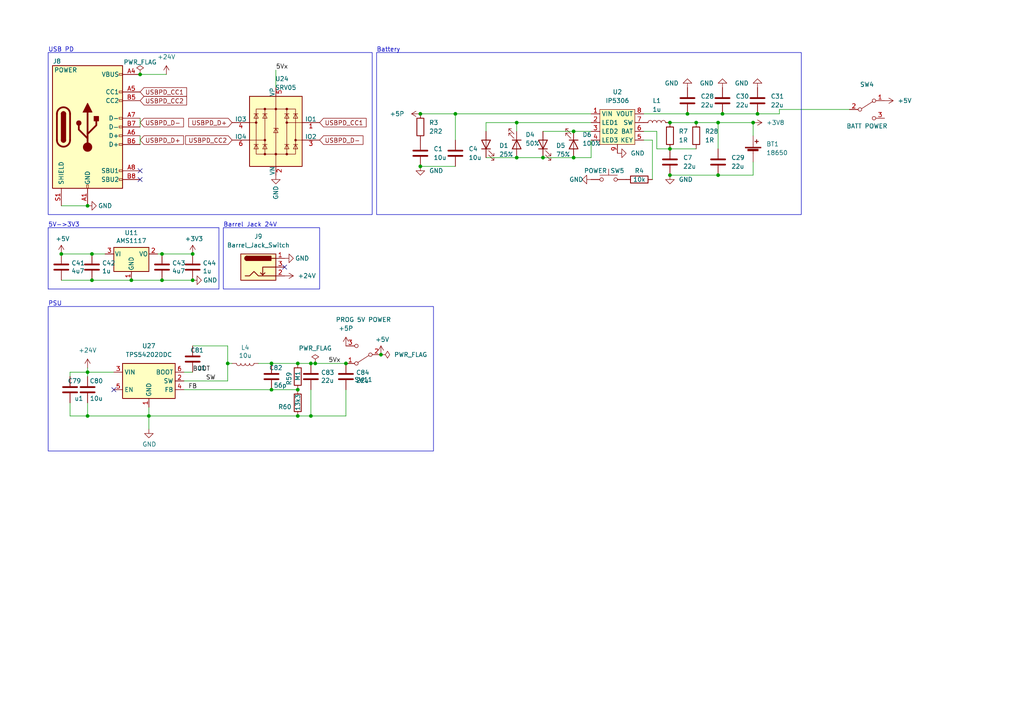
<source format=kicad_sch>
(kicad_sch (version 20231120) (generator "eeschema") (generator_version "8.0")
  (paper "A4")
  (lib_symbols
    (symbol "Connector:Barrel_Jack_Switch" (pin_names hide)
      (property "Reference" "J" (at 0 5.334 0))
      (property "Value" "Barrel_Jack_Switch" (at 0 -5.08 0))
      (symbol "Barrel_Jack_Switch_0_1"
        (rectangle (start -5.08 3.81) (end 5.08 -3.81) (stroke (width 0.254)) (fill (type background)))
        (arc (start -3.302 3.175) (mid -3.9343 2.54) (end -3.302 1.905) (stroke (width 0.254)))
        (arc (start -3.302 3.175) (mid -3.9343 2.54) (end -3.302 1.905) (stroke (width 0.254)) (fill (type outline)))
        (polyline (pts (xy 1.27 -2.286) (xy 1.905 -1.651)) (stroke (width 0.254)))
        (polyline (pts (xy 5.08 2.54) (xy 3.81 2.54)) (stroke (width 0.254)))
        (polyline (pts (xy 5.08 0) (xy 1.27 0) (xy 1.27 -2.286) (xy 0.635 -1.651)) (stroke (width 0.254)))
        (polyline (pts (xy -3.81 -2.54) (xy -2.54 -2.54) (xy -1.27 -1.27) (xy 0 -2.54) (xy 2.54 -2.54) (xy 5.08 -2.54)) (stroke (width 0.254)))
        (rectangle (start 3.683 3.175) (end -3.302 1.905) (stroke (width 0.254)) (fill (type outline)))
      )
      (symbol "Barrel_Jack_Switch_1_1"
        (pin passive line (at 7.62 2.54 180) (length 2.54) (name "~") (number "1"))
        (pin passive line (at 7.62 -2.54 180) (length 2.54) (name "~") (number "2"))
        (pin passive line (at 7.62 0 180) (length 2.54) (name "~") (number "3"))
      )
    )
    (symbol "Connector:USB_C_Receptacle_USB2.0" (pin_names (offset 1.016))
      (property "Reference" "J" (at -10.16 19.05 0))
      (property "Value" "USB_C_Receptacle_USB2.0" (at 19.05 19.05 0))
      (symbol "USB_C_Receptacle_USB2.0_0_0"
        (rectangle (start -0.254 -17.78) (end 0.254 -16.764))
        (rectangle (start 10.16 -14.986) (end 9.144 -15.494))
        (rectangle (start 10.16 -12.446) (end 9.144 -12.954))
        (rectangle (start 10.16 -4.826) (end 9.144 -5.334))
        (rectangle (start 10.16 -2.286) (end 9.144 -2.794))
        (rectangle (start 10.16 0.254) (end 9.144 -0.254))
        (rectangle (start 10.16 2.794) (end 9.144 2.286))
        (rectangle (start 10.16 7.874) (end 9.144 7.366))
        (rectangle (start 10.16 10.414) (end 9.144 9.906))
        (rectangle (start 10.16 15.494) (end 9.144 14.986))
      )
      (symbol "USB_C_Receptacle_USB2.0_0_1"
        (rectangle (start -10.16 17.78) (end 10.16 -17.78) (stroke (width 0.254)) (fill (type background)))
        (arc (start -8.89 -3.81) (mid -6.985 -5.7067) (end -5.08 -3.81) (stroke (width 0.508)))
        (arc (start -7.62 -3.81) (mid -6.985 -4.4423) (end -6.35 -3.81) (stroke (width 0.254)))
        (arc (start -7.62 -3.81) (mid -6.985 -4.4423) (end -6.35 -3.81) (stroke (width 0.254)) (fill (type outline)))
        (rectangle (start -7.62 -3.81) (end -6.35 3.81) (stroke (width 0.254)) (fill (type outline)))
        (arc (start -6.35 3.81) (mid -6.985 4.4423) (end -7.62 3.81) (stroke (width 0.254)))
        (arc (start -6.35 3.81) (mid -6.985 4.4423) (end -7.62 3.81) (stroke (width 0.254)) (fill (type outline)))
        (arc (start -5.08 3.81) (mid -6.985 5.7067) (end -8.89 3.81) (stroke (width 0.508)))
        (circle (center -2.54 1.143) (radius 0.635) (stroke (width 0.254)) (fill (type outline)))
        (circle (center 0 -5.842) (radius 1.27) (fill (type outline)))
        (polyline (pts (xy -8.89 -3.81) (xy -8.89 3.81)) (stroke (width 0.508)))
        (polyline (pts (xy -5.08 3.81) (xy -5.08 -3.81)) (stroke (width 0.508)))
        (polyline (pts (xy 0 -5.842) (xy 0 4.318)) (stroke (width 0.508)))
        (polyline (pts (xy 0 -3.302) (xy -2.54 -0.762) (xy -2.54 0.508)) (stroke (width 0.508)))
        (polyline (pts (xy 0 -2.032) (xy 2.54 0.508) (xy 2.54 1.778)) (stroke (width 0.508)))
        (polyline (pts (xy -1.27 4.318) (xy 0 6.858) (xy 1.27 4.318) (xy -1.27 4.318)) (stroke (width 0.254)) (fill (type outline)))
        (rectangle (start 1.905 1.778) (end 3.175 3.048) (stroke (width 0.254)) (fill (type outline)))
      )
      (symbol "USB_C_Receptacle_USB2.0_1_1"
        (pin passive line (at 0 -22.86 90) (length 5.08) (name "GND") (number "A1"))
        (pin passive line (at 0 -22.86 90) (length 5.08) hide (name "GND") (number "A12"))
        (pin passive line (at 15.24 15.24 180) (length 5.08) (name "VBUS") (number "A4"))
        (pin bidirectional line (at 15.24 10.16 180) (length 5.08) (name "CC1") (number "A5"))
        (pin bidirectional line (at 15.24 -2.54 180) (length 5.08) (name "D+") (number "A6"))
        (pin bidirectional line (at 15.24 2.54 180) (length 5.08) (name "D-") (number "A7"))
        (pin bidirectional line (at 15.24 -12.7 180) (length 5.08) (name "SBU1") (number "A8"))
        (pin passive line (at 15.24 15.24 180) (length 5.08) hide (name "VBUS") (number "A9"))
        (pin passive line (at 0 -22.86 90) (length 5.08) hide (name "GND") (number "B1"))
        (pin passive line (at 0 -22.86 90) (length 5.08) hide (name "GND") (number "B12"))
        (pin passive line (at 15.24 15.24 180) (length 5.08) hide (name "VBUS") (number "B4"))
        (pin bidirectional line (at 15.24 7.62 180) (length 5.08) (name "CC2") (number "B5"))
        (pin bidirectional line (at 15.24 -5.08 180) (length 5.08) (name "D+") (number "B6"))
        (pin bidirectional line (at 15.24 0 180) (length 5.08) (name "D-") (number "B7"))
        (pin bidirectional line (at 15.24 -15.24 180) (length 5.08) (name "SBU2") (number "B8"))
        (pin passive line (at 15.24 15.24 180) (length 5.08) hide (name "VBUS") (number "B9"))
        (pin passive line (at -7.62 -22.86 90) (length 5.08) (name "SHIELD") (number "S1"))
      )
    )
    (symbol "Device:Battery_Cell" (pin_numbers hide) (pin_names (offset 0) hide)
      (property "Reference" "BT" (at 2.54 2.54 0))
      (property "Value" "Battery_Cell" (at 2.54 0 0))
      (symbol "Battery_Cell_0_1"
        (rectangle (start -2.286 1.778) (end 2.286 1.524) (fill (type outline)))
        (rectangle (start -1.5748 1.1938) (end 1.4732 0.6858) (fill (type outline)))
        (polyline (pts (xy 0 0.762) (xy 0 0)))
        (polyline (pts (xy 0 1.778) (xy 0 2.54)))
        (polyline (pts (xy 0.508 3.429) (xy 1.524 3.429)) (stroke (width 0.254)))
        (polyline (pts (xy 1.016 3.937) (xy 1.016 2.921)) (stroke (width 0.254)))
      )
      (symbol "Battery_Cell_1_1"
        (pin passive line (at 0 5.08 270) (length 2.54) (name "+") (number "1"))
        (pin passive line (at 0 -2.54 90) (length 2.54) (name "-") (number "2"))
      )
    )
    (symbol "Device:C" (pin_numbers hide) (pin_names (offset 0.254))
      (property "Reference" "C" (at 0.635 2.54 0))
      (property "Value" "C" (at 0.635 -2.54 0))
      (symbol "C_0_1"
        (polyline (pts (xy -2.032 -0.762) (xy 2.032 -0.762)) (stroke (width 0.508)))
        (polyline (pts (xy -2.032 0.762) (xy 2.032 0.762)) (stroke (width 0.508)))
      )
      (symbol "C_1_1"
        (pin passive line (at 0 3.81 270) (length 2.794) (name "~") (number "1"))
        (pin passive line (at 0 -3.81 90) (length 2.794) (name "~") (number "2"))
      )
    )
    (symbol "Device:L" (pin_numbers hide) (pin_names (offset 1.016) hide)
      (property "Reference" "L" (at -1.27 0 90))
      (property "Value" "L" (at 1.905 0 90))
      (symbol "L_0_1"
        (arc (start 0 -2.54) (mid 0.6323 -1.905) (end 0 -1.27))
        (arc (start 0 -1.27) (mid 0.6323 -0.635) (end 0 0))
        (arc (start 0 0) (mid 0.6323 0.635) (end 0 1.27))
        (arc (start 0 1.27) (mid 0.6323 1.905) (end 0 2.54))
      )
      (symbol "L_1_1"
        (pin passive line (at 0 3.81 270) (length 1.27) (name "1") (number "1"))
        (pin passive line (at 0 -3.81 90) (length 1.27) (name "2") (number "2"))
      )
    )
    (symbol "Device:LED" (pin_numbers hide) (pin_names (offset 1.016) hide)
      (property "Reference" "D" (at 0 2.54 0))
      (property "Value" "LED" (at 0 -2.54 0))
      (symbol "LED_0_1"
        (polyline (pts (xy -1.27 -1.27) (xy -1.27 1.27)) (stroke (width 0.254)))
        (polyline (pts (xy -1.27 0) (xy 1.27 0)))
        (polyline (pts (xy 1.27 -1.27) (xy 1.27 1.27) (xy -1.27 0) (xy 1.27 -1.27)) (stroke (width 0.254)))
        (polyline (pts (xy -3.048 -0.762) (xy -4.572 -2.286) (xy -3.81 -2.286) (xy -4.572 -2.286) (xy -4.572 -1.524)))
        (polyline (pts (xy -1.778 -0.762) (xy -3.302 -2.286) (xy -2.54 -2.286) (xy -3.302 -2.286) (xy -3.302 -1.524)))
      )
      (symbol "LED_1_1"
        (pin passive line (at -3.81 0 0) (length 2.54) (name "K") (number "1"))
        (pin passive line (at 3.81 0 180) (length 2.54) (name "A") (number "2"))
      )
    )
    (symbol "Device:R" (pin_numbers hide) (pin_names (offset 0))
      (property "Reference" "R" (at 2.032 0 90))
      (property "Value" "R" (at 0 0 90))
      (symbol "R_0_1"
        (rectangle (start -1.016 -2.54) (end 1.016 2.54) (stroke (width 0.254)))
      )
      (symbol "R_1_1"
        (pin passive line (at 0 3.81 270) (length 1.27) (name "~") (number "1"))
        (pin passive line (at 0 -3.81 90) (length 1.27) (name "~") (number "2"))
      )
    )
    (symbol "Power_Protection:SRV05-4" (pin_names (offset 0))
      (property "Reference" "U" (at -5.08 11.43 0))
      (property "Value" "SRV05-4" (at 2.54 11.43 0))
      (symbol "SRV05-4_0_0"
        (rectangle (start -5.715 6.477) (end 5.715 -6.604))
        (polyline (pts (xy -3.175 -6.604) (xy -3.175 6.477)))
        (polyline (pts (xy 3.175 6.477) (xy 3.175 -6.604)))
      )
      (symbol "SRV05-4_0_1"
        (rectangle (start -7.62 10.16) (end 7.62 -10.16) (stroke (width 0.254)) (fill (type background)))
        (circle (center -5.715 -2.54) (radius 0.2794) (fill (type outline)))
        (circle (center -3.175 -6.604) (radius 0.2794) (fill (type outline)))
        (circle (center -3.175 2.54) (radius 0.2794) (fill (type outline)))
        (circle (center -3.175 6.477) (radius 0.2794) (fill (type outline)))
        (circle (center 0 -6.604) (radius 0.2794) (fill (type outline)))
        (polyline (pts (xy -7.747 2.54) (xy -3.175 2.54)))
        (polyline (pts (xy -7.62 -2.54) (xy -5.715 -2.54)))
        (polyline (pts (xy -5.08 -3.81) (xy -6.35 -3.81)))
        (polyline (pts (xy -5.08 5.08) (xy -6.35 5.08)))
        (polyline (pts (xy -2.54 -3.81) (xy -3.81 -3.81)))
        (polyline (pts (xy -2.54 5.08) (xy -3.81 5.08)))
        (polyline (pts (xy 0 10.16) (xy 0 -10.16)))
        (polyline (pts (xy 3.81 -3.81) (xy 2.54 -3.81)))
        (polyline (pts (xy 3.81 5.08) (xy 2.54 5.08)))
        (polyline (pts (xy 6.35 -3.81) (xy 5.08 -3.81)))
        (polyline (pts (xy 6.35 5.08) (xy 5.08 5.08)))
        (polyline (pts (xy 7.62 -2.54) (xy 3.175 -2.54)))
        (polyline (pts (xy 7.62 2.54) (xy 5.715 2.54)))
        (polyline (pts (xy 0.635 0.889) (xy -0.635 0.889) (xy -0.635 0.635)))
        (polyline (pts (xy -5.08 -5.08) (xy -6.35 -5.08) (xy -5.715 -3.81) (xy -5.08 -5.08)))
        (polyline (pts (xy -5.08 3.81) (xy -6.35 3.81) (xy -5.715 5.08) (xy -5.08 3.81)))
        (polyline (pts (xy -2.54 -5.08) (xy -3.81 -5.08) (xy -3.175 -3.81) (xy -2.54 -5.08)))
        (polyline (pts (xy -2.54 3.81) (xy -3.81 3.81) (xy -3.175 5.08) (xy -2.54 3.81)))
        (polyline (pts (xy 0.635 -0.381) (xy -0.635 -0.381) (xy 0 0.889) (xy 0.635 -0.381)))
        (polyline (pts (xy 3.81 -5.08) (xy 2.54 -5.08) (xy 3.175 -3.81) (xy 3.81 -5.08)))
        (polyline (pts (xy 3.81 3.81) (xy 2.54 3.81) (xy 3.175 5.08) (xy 3.81 3.81)))
        (polyline (pts (xy 6.35 -5.08) (xy 5.08 -5.08) (xy 5.715 -3.81) (xy 6.35 -5.08)))
        (polyline (pts (xy 6.35 3.81) (xy 5.08 3.81) (xy 5.715 5.08) (xy 6.35 3.81)))
        (circle (center 0 6.477) (radius 0.2794) (fill (type outline)))
        (circle (center 3.175 -6.604) (radius 0.2794) (fill (type outline)))
        (circle (center 3.175 -2.54) (radius 0.2794) (fill (type outline)))
        (circle (center 3.175 6.477) (radius 0.2794) (fill (type outline)))
        (circle (center 5.715 2.54) (radius 0.2794) (fill (type outline)))
      )
      (symbol "SRV05-4_1_1"
        (pin passive line (at -12.7 2.54 0) (length 5.08) (name "IO1") (number "1"))
        (pin passive line (at 0 -12.7 90) (length 2.54) (name "VN") (number "2"))
        (pin passive line (at -12.7 -2.54 0) (length 5.08) (name "IO2") (number "3"))
        (pin passive line (at 12.7 2.54 180) (length 5.08) (name "IO3") (number "4"))
        (pin passive line (at 0 12.7 270) (length 2.54) (name "VP") (number "5"))
        (pin passive line (at 12.7 -2.54 180) (length 5.08) (name "IO4") (number "6"))
      )
    )
    (symbol "Regulator_Linear:AMS1117-3.3" (pin_names (offset 0.254))
      (property "Reference" "U" (at -3.81 3.175 0))
      (property "Value" "AMS1117-3.3" (at 0 3.175 0))
      (symbol "AMS1117-3.3_0_1"
        (rectangle (start -5.08 -5.08) (end 5.08 1.905) (stroke (width 0.254)) (fill (type background)))
      )
      (symbol "AMS1117-3.3_1_1"
        (pin power_in line (at 0 -7.62 90) (length 2.54) (name "GND") (number "1"))
        (pin power_out line (at 7.62 0 180) (length 2.54) (name "VO") (number "2"))
        (pin power_in line (at -7.62 0 0) (length 2.54) (name "VI") (number "3"))
      )
    )
    (symbol "Regulator_Switching:TPS54202DDC"
      (property "Reference" "U" (at -7.62 6.35 0))
      (property "Value" "TPS54202DDC" (at 0 6.35 0))
      (symbol "TPS54202DDC_0_1"
        (rectangle (start -7.62 5.08) (end 7.62 -5.08) (stroke (width 0.254)) (fill (type background)))
      )
      (symbol "TPS54202DDC_1_1"
        (pin power_in line (at 0 -7.62 90) (length 2.54) (name "GND") (number "1"))
        (pin power_out line (at 10.16 0 180) (length 2.54) (name "SW") (number "2"))
        (pin power_in line (at -10.16 2.54 0) (length 2.54) (name "VIN") (number "3"))
        (pin input line (at 10.16 -2.54 180) (length 2.54) (name "FB") (number "4"))
        (pin input line (at -10.16 -2.54 0) (length 2.54) (name "EN") (number "5"))
        (pin passive line (at 10.16 2.54 180) (length 2.54) (name "BOOT") (number "6"))
      )
    )
    (symbol "Switch:SW_Push" (pin_numbers hide) (pin_names (offset 1.016) hide)
      (property "Reference" "SW" (at 1.27 2.54 0))
      (property "Value" "SW_Push" (at 0 -1.524 0))
      (symbol "SW_Push_0_1"
        (circle (center -2.032 0) (radius 0.508))
        (polyline (pts (xy 0 1.27) (xy 0 3.048)))
        (polyline (pts (xy 2.54 1.27) (xy -2.54 1.27)))
        (circle (center 2.032 0) (radius 0.508))
        (pin passive line (at -5.08 0 0) (length 2.54) (name "1") (number "1"))
        (pin passive line (at 5.08 0 180) (length 2.54) (name "2") (number "2"))
      )
    )
    (symbol "Switch:SW_SPDT" (pin_names (offset 0) hide)
      (property "Reference" "SW" (at 0 4.318 0))
      (property "Value" "SW_SPDT" (at 0 -5.08 0))
      (symbol "SW_SPDT_0_0"
        (circle (center -2.032 0) (radius 0.508))
        (circle (center 2.032 -2.54) (radius 0.508))
      )
      (symbol "SW_SPDT_0_1"
        (polyline (pts (xy -1.524 0.254) (xy 1.651 2.286)))
        (circle (center 2.032 2.54) (radius 0.508))
      )
      (symbol "SW_SPDT_1_1"
        (pin passive line (at 5.08 2.54 180) (length 2.54) (name "A") (number "1"))
        (pin passive line (at -5.08 0 0) (length 2.54) (name "B") (number "2"))
        (pin passive line (at 5.08 -2.54 180) (length 2.54) (name "C") (number "3"))
      )
    )
    (symbol "liebler_SEMICONDUCTORS:IP5306"
      (property "Reference" "U" (at 0 8.89 0))
      (property "Value" "IP5306" (at 0 6.35 0))
      (symbol "IP5306_0_1"
        (rectangle (start -5.08 5.08) (end 5.08 -5.08) (fill (type background)))
      )
      (symbol "IP5306_1_1"
        (pin power_in line (at -7.62 3.81 0) (length 2.54) (name "VIN") (number "1"))
        (pin output line (at -7.62 1.27 0) (length 2.54) (name "LED1") (number "2"))
        (pin output line (at -7.62 -1.27 0) (length 2.54) (name "LED2") (number "3"))
        (pin output line (at -7.62 -3.81 0) (length 2.54) (name "LED3") (number "4"))
        (pin bidirectional line (at 7.62 -3.81 180) (length 2.54) (name "KEY") (number "5"))
        (pin input line (at 7.62 -1.27 180) (length 2.54) (name "BAT") (number "6"))
        (pin output line (at 7.62 1.27 180) (length 2.54) (name "SW") (number "7"))
        (pin power_out line (at 7.62 3.81 180) (length 2.54) (name "VOUT") (number "8"))
        (pin passive line (at 0 -7.62 90) (length 2.54) (name "") (number "9"))
      )
    )
    (symbol "power:+24V" (power) (pin_names (offset 0))
      (property "Value" "+24V" (at 0 3.556 0))
      (symbol "+24V_0_1"
        (polyline (pts (xy -0.762 1.27) (xy 0 2.54)))
        (polyline (pts (xy 0 0) (xy 0 2.54)))
        (polyline (pts (xy 0 2.54) (xy 0.762 1.27)))
      )
      (symbol "+24V_1_1"
        (pin power_in line (at 0 0 90) (length 0) hide (name "+24V") (number "1"))
      )
    )
    (symbol "power:+3V3" (power) (pin_names (offset 0))
      (property "Value" "+3V3" (at 0 3.556 0))
      (symbol "+3V3_0_1"
        (polyline (pts (xy -0.762 1.27) (xy 0 2.54)))
        (polyline (pts (xy 0 0) (xy 0 2.54)))
        (polyline (pts (xy 0 2.54) (xy 0.762 1.27)))
      )
      (symbol "+3V3_1_1"
        (pin power_in line (at 0 0 90) (length 0) hide (name "+3V3") (number "1"))
      )
    )
    (symbol "power:+3V8" (power) (pin_names (offset 0))
      (property "Value" "+3V8" (at 0 3.556 0))
      (symbol "+3V8_0_1"
        (polyline (pts (xy -0.762 1.27) (xy 0 2.54)))
        (polyline (pts (xy 0 0) (xy 0 2.54)))
        (polyline (pts (xy 0 2.54) (xy 0.762 1.27)))
      )
      (symbol "+3V8_1_1"
        (pin power_in line (at 0 0 90) (length 0) hide (name "+3V8") (number "1"))
      )
    )
    (symbol "power:+5P" (power) (pin_names (offset 0))
      (property "Value" "+5P" (at 0 3.556 0))
      (symbol "+5P_0_1"
        (polyline (pts (xy -0.762 1.27) (xy 0 2.54)))
        (polyline (pts (xy 0 0) (xy 0 2.54)))
        (polyline (pts (xy 0 2.54) (xy 0.762 1.27)))
      )
      (symbol "+5P_1_1"
        (pin power_in line (at 0 0 90) (length 0) hide (name "+5P") (number "1"))
      )
    )
    (symbol "power:+5V" (power) (pin_names (offset 0))
      (property "Value" "+5V" (at 0 3.556 0))
      (symbol "+5V_0_1"
        (polyline (pts (xy -0.762 1.27) (xy 0 2.54)))
        (polyline (pts (xy 0 0) (xy 0 2.54)))
        (polyline (pts (xy 0 2.54) (xy 0.762 1.27)))
      )
      (symbol "+5V_1_1"
        (pin power_in line (at 0 0 90) (length 0) hide (name "+5V") (number "1"))
      )
    )
    (symbol "power:+5VP" (power) (pin_names (offset 0))
      (property "Value" "+5VP" (at 0 3.556 0))
      (symbol "+5VP_0_1"
        (polyline (pts (xy -0.762 1.27) (xy 0 2.54)))
        (polyline (pts (xy 0 0) (xy 0 2.54)))
        (polyline (pts (xy 0 2.54) (xy 0.762 1.27)))
      )
      (symbol "+5VP_1_1"
        (pin power_in line (at 0 0 90) (length 0) hide (name "+5VP") (number "1"))
      )
    )
    (symbol "power:GND" (power) (pin_names (offset 0))
      (property "Value" "GND" (at 0 -3.81 0))
      (symbol "GND_0_1"
        (polyline (pts (xy 0 0) (xy 0 -1.27) (xy 1.27 -1.27) (xy 0 -2.54) (xy -1.27 -1.27) (xy 0 -1.27)))
      )
      (symbol "GND_1_1"
        (pin power_in line (at 0 0 270) (length 0) hide (name "GND") (number "1"))
      )
    )
    (symbol "power:PWR_FLAG" (power) (pin_numbers hide) (pin_names (offset 0) hide)
      (property "Value" "PWR_FLAG" (at 0 3.81 0))
      (symbol "PWR_FLAG_0_0"
        (pin power_out line (at 0 0 90) (length 0) (name "pwr") (number "1"))
      )
      (symbol "PWR_FLAG_0_1"
        (polyline (pts (xy 0 0) (xy 0 1.27) (xy -1.016 1.905) (xy 0 2.54) (xy 1.016 1.905) (xy 0 1.27)))
      )
    )
  )
  (junction (at 157.48 45.72))
  (junction (at 110.49 102.87))
  (junction (at 194.31 43.18))
  (junction (at 166.37 38.1))
  (junction (at 121.92 33.02))
  (junction (at 209.55 33.02))
  (junction (at 149.86 45.72))
  (junction (at 55.88 73.66))
  (junction (at 86.36 120.65))
  (junction (at 25.4 107.95))
  (junction (at 166.37 45.72))
  (junction (at 38.1 81.28))
  (junction (at 78.74 105.41))
  (junction (at 26.67 81.28))
  (junction (at 78.74 113.03))
  (junction (at 91.44 105.41))
  (junction (at 201.93 35.56))
  (junction (at 199.39 33.02))
  (junction (at 43.18 120.65))
  (junction (at 194.31 50.8))
  (junction (at 46.99 73.66))
  (junction (at 194.31 35.56))
  (junction (at 26.67 73.66))
  (junction (at 66.04 105.41))
  (junction (at 208.28 50.8))
  (junction (at 208.28 35.56))
  (junction (at 90.17 105.41))
  (junction (at 25.4 120.65))
  (junction (at 46.99 81.28))
  (junction (at 55.88 81.28))
  (junction (at 17.78 73.66))
  (junction (at 86.36 113.03))
  (junction (at 219.71 33.02))
  (junction (at 218.44 35.56))
  (junction (at 25.4 59.69))
  (junction (at 149.86 35.56))
  (junction (at 121.92 48.26))
  (junction (at 40.64 21.59))
  (junction (at 90.17 120.65))
  (junction (at 86.36 105.41))
  (junction (at 100.33 105.41))
  (junction (at 132.08 33.02))
  (no_connect (at 40.64 49.53))
  (no_connect (at 82.55 77.47))
  (no_connect (at 33.02 113.03))
  (no_connect (at 40.64 52.07))
  (wire (pts (xy 26.67 73.66) (xy 30.48 73.66)))
  (wire (pts (xy 208.28 43.18) (xy 208.28 35.56)))
  (wire (pts (xy 67.31 105.41) (xy 66.04 105.41)))
  (wire (pts (xy 45.72 73.66) (xy 46.99 73.66)))
  (wire (pts (xy 100.33 113.03) (xy 100.33 120.65)))
  (wire (pts (xy 246.38 31.75) (xy 226.06 31.75)))
  (wire (pts (xy 208.28 50.8) (xy 218.44 50.8)))
  (wire (pts (xy 132.08 33.02) (xy 121.92 33.02)))
  (wire (pts (xy 20.32 120.65) (xy 25.4 120.65)))
  (wire (pts (xy 208.28 35.56) (xy 218.44 35.56)))
  (wire (pts (xy 100.33 120.65) (xy 90.17 120.65)))
  (wire (pts (xy 226.06 31.75) (xy 226.06 33.02)))
  (wire (pts (xy 80.01 20.32) (xy 80.01 25.4)))
  (wire (pts (xy 171.45 35.56) (xy 149.86 35.56)))
  (wire (pts (xy 55.88 100.33) (xy 66.04 100.33)))
  (wire (pts (xy 38.1 81.28) (xy 26.67 81.28)))
  (wire (pts (xy 55.88 107.95) (xy 53.34 107.95)))
  (wire (pts (xy 209.55 33.02) (xy 219.71 33.02)))
  (polyline (pts (xy 63.5 66.04) (xy 63.5 83.82)))
  (wire (pts (xy 157.48 38.1) (xy 166.37 38.1)))
  (wire (pts (xy 66.04 100.33) (xy 66.04 105.41)))
  (polyline (pts (xy 63.5 83.82) (xy 13.97 83.82)))
  (wire (pts (xy 140.97 35.56) (xy 149.86 35.56)))
  (wire (pts (xy 78.74 105.41) (xy 86.36 105.41)))
  (wire (pts (xy 157.48 45.72) (xy 166.37 45.72)))
  (polyline (pts (xy 13.97 83.82) (xy 13.97 66.04)))
  (wire (pts (xy 53.34 110.49) (xy 66.04 110.49)))
  (polyline (pts (xy 13.97 66.04) (xy 63.5 66.04)))
  (wire (pts (xy 40.64 34.29) (xy 40.64 36.83)))
  (wire (pts (xy 140.97 45.72) (xy 149.86 45.72)))
  (wire (pts (xy 189.23 40.64) (xy 186.69 40.64)))
  (wire (pts (xy 43.18 120.65) (xy 43.18 118.11)))
  (wire (pts (xy 166.37 38.1) (xy 171.45 38.1)))
  (wire (pts (xy 199.39 33.02) (xy 209.55 33.02)))
  (wire (pts (xy 25.4 107.95) (xy 33.02 107.95)))
  (wire (pts (xy 91.44 105.41) (xy 100.33 105.41)))
  (wire (pts (xy 189.23 52.07) (xy 189.23 40.64)))
  (wire (pts (xy 132.08 40.64) (xy 132.08 33.02)))
  (wire (pts (xy 78.74 113.03) (xy 86.36 113.03)))
  (wire (pts (xy 25.4 120.65) (xy 43.18 120.65)))
  (wire (pts (xy 25.4 107.95) (xy 25.4 106.68)))
  (wire (pts (xy 20.32 109.22) (xy 20.32 107.95)))
  (wire (pts (xy 20.32 107.95) (xy 25.4 107.95)))
  (wire (pts (xy 17.78 59.69) (xy 25.4 59.69)))
  (wire (pts (xy 149.86 35.56) (xy 149.86 38.1)))
  (wire (pts (xy 55.88 81.28) (xy 46.99 81.28)))
  (wire (pts (xy 132.08 33.02) (xy 171.45 33.02)))
  (wire (pts (xy 218.44 50.8) (xy 218.44 46.99)))
  (wire (pts (xy 46.99 81.28) (xy 38.1 81.28)))
  (wire (pts (xy 90.17 120.65) (xy 86.36 120.65)))
  (wire (pts (xy 121.92 48.26) (xy 132.08 48.26)))
  (wire (pts (xy 20.32 116.84) (xy 20.32 120.65)))
  (wire (pts (xy 86.36 105.41) (xy 90.17 105.41)))
  (wire (pts (xy 194.31 50.8) (xy 208.28 50.8)))
  (wire (pts (xy 74.93 105.41) (xy 78.74 105.41)))
  (wire (pts (xy 149.86 45.72) (xy 157.48 45.72)))
  (wire (pts (xy 43.18 120.65) (xy 43.18 124.46)))
  (wire (pts (xy 194.31 43.18) (xy 190.5 43.18)))
  (wire (pts (xy 90.17 105.41) (xy 91.44 105.41)))
  (wire (pts (xy 194.31 35.56) (xy 201.93 35.56)))
  (wire (pts (xy 190.5 43.18) (xy 190.5 38.1)))
  (wire (pts (xy 194.31 43.18) (xy 201.93 43.18)))
  (wire (pts (xy 40.64 21.59) (xy 48.26 21.59)))
  (wire (pts (xy 25.4 116.84) (xy 25.4 120.65)))
  (wire (pts (xy 208.28 35.56) (xy 201.93 35.56)))
  (wire (pts (xy 17.78 73.66) (xy 26.67 73.66)))
  (wire (pts (xy 46.99 73.66) (xy 55.88 73.66)))
  (wire (pts (xy 226.06 33.02) (xy 219.71 33.02)))
  (wire (pts (xy 186.69 33.02) (xy 199.39 33.02)))
  (wire (pts (xy 90.17 113.03) (xy 90.17 120.65)))
  (wire (pts (xy 218.44 35.56) (xy 218.44 39.37)))
  (wire (pts (xy 190.5 38.1) (xy 186.69 38.1)))
  (wire (pts (xy 140.97 38.1) (xy 140.97 35.56)))
  (wire (pts (xy 26.67 81.28) (xy 17.78 81.28)))
  (wire (pts (xy 43.18 120.65) (xy 86.36 120.65)))
  (wire (pts (xy 53.34 113.03) (xy 78.74 113.03)))
  (wire (pts (xy 171.45 45.72) (xy 166.37 45.72)))
  (wire (pts (xy 66.04 105.41) (xy 66.04 110.49)))
  (wire (pts (xy 25.4 109.22) (xy 25.4 107.95)))
  (wire (pts (xy 171.45 40.64) (xy 171.45 45.72)))
  (wire (pts (xy 40.64 39.37) (xy 40.64 41.91)))
  (rectangle (start 109.22 15.24) (end 232.41 62.23))
  (rectangle (start 13.97 15.24) (end 107.95 62.23))
  (rectangle (start 64.77 66.04) (end 92.71 83.82))
  (rectangle (start 13.97 88.9) (end 125.73 130.81))
  (text "USB PD" (at 13.97 15.24 0) (effects (font (size 1.27 1.27)) (justify left bottom)))
  (text "Barrel Jack 24V" (at 64.77 66.04 0) (effects (font (size 1.27 1.27)) (justify left bottom)))
  (text "5V->3V3" (at 13.97 66.04 0) (effects (font (size 1.27 1.27)) (justify left bottom)))
  (text "Battery" (at 109.22 15.24 0) (effects (font (size 1.27 1.27)) (justify left bottom)))
  (text "PSU" (at 13.97 88.9 0) (effects (font (size 1.27 1.27)) (justify left bottom)))
  (label "SW" (at 59.69 110.49 0))
  (label "5Vx" (at 95.25 105.41 0))
  (label "FB" (at 54.61 113.03 0))
  (label "5Vx" (at 80.01 20.32 0))
  (label "BOOT" (at 55.88 107.95 0))
  (global_label "USBPD_D+" (shape input) (at 67.31 35.56 180) (property "Intersheetrefs" "${INTERSHEET_REFS}" (effects (hide yes))))
  (global_label "USBPD_CC2" (shape input) (at 40.64 29.21 0) (property "Intersheetrefs" "${INTERSHEET_REFS}" (effects (hide yes))))
  (global_label "USBPD_CC1" (shape input) (at 40.64 26.67 0) (property "Intersheetrefs" "${INTERSHEET_REFS}" (effects (hide yes))))
  (global_label "USBPD_D-" (shape input) (at 92.71 40.64 0) (property "Intersheetrefs" "${INTERSHEET_REFS}" (effects (hide yes))))
  (global_label "USBPD_CC1" (shape input) (at 92.71 35.56 0) (property "Intersheetrefs" "${INTERSHEET_REFS}" (effects (hide yes))))
  (global_label "USBPD_CC2" (shape input) (at 67.31 40.64 180) (property "Intersheetrefs" "${INTERSHEET_REFS}" (effects (hide yes))))
  (global_label "USBPD_D+" (shape input) (at 40.64 40.64 0) (property "Intersheetrefs" "${INTERSHEET_REFS}" (effects (hide yes))))
  (global_label "USBPD_D-" (shape input) (at 40.64 35.56 0) (property "Intersheetrefs" "${INTERSHEET_REFS}" (effects (hide yes))))
  (symbol (lib_id "power:+5VP") (at 121.92 33.02 90) (unit 1)
    (property "Reference" "#PWR018" (effects (hide yes)))
    (property "Value" "+5P" (at 113.03 33.02 90) (effects (justify right)))
  )
  (symbol (lib_id "power:GND") (at 209.55 25.4 180) (unit 1)
    (property "Reference" "#PWR032" (effects (hide yes)))
    (property "Value" "GND" (at 207.01 24.1301 0) (effects (justify left)))
  )
  (symbol (lib_id "power:+5P") (at 100.33 100.33 0) (unit 1)
    (property "Reference" "#PWR0120" (effects (hide yes)))
    (property "Value" "+5P" (at 100.33 95.25 0))
    (instances (project "pcbV10" (path "" (reference "#PWR0120") (unit 1))) (project "labathome_pcb15" (path "" (reference "#PWR0173") (unit 1))))
  )
  (symbol (lib_id "power:+5V") (at 110.49 102.87 0) (unit 1)
    (property "Reference" "#PWR022" (effects (hide yes)))
    (property "Value" "+5V" (at 110.871 98.4758 0))
    (instances (project "pcbV10" (path "" (reference "#PWR022") (unit 1))) (project "labathome_pcb15" (path "" (reference "#PWR0174") (unit 1))))
  )
  (symbol (lib_id "power:+24V") (at 82.55 80.01 270) (unit 1)
    (property "Reference" "#PWR0106" (effects (hide yes)))
    (property "Value" "+24V" (at 86.36 80.0099 90) (effects (justify left)))
  )
  (symbol (lib_id "Switch:SW_SPDT") (at 251.46 31.75 0) (unit 1)
    (property "Reference" "SW4" (at 251.46 24.511 0))
    (property "Value" "BATT POWER" (at 251.46 36.576 0))
    (property "Footprint" "liebler_MECH:Switch_SS12D00" (effects (hide yes)))
  )
  (symbol (lib_id "power:GND") (at 199.39 25.4 180) (unit 1)
    (property "Reference" "#PWR023" (effects (hide yes)))
    (property "Value" "GND" (at 196.85 24.1301 0) (effects (justify left)))
  )
  (symbol (lib_id "Device:C") (at 209.55 29.21 0) (unit 1)
    (property "Reference" "C30" (at 213.36 27.9399 0) (effects (justify left)))
    (property "Value" "22u" (at 213.36 30.4799 0) (effects (justify left)))
    (property "Footprint" "Capacitor_SMD:C_0603_1608Metric" (effects (hide yes)))
  )
  (symbol (lib_id "Device:C") (at 219.71 29.21 0) (unit 1)
    (property "Reference" "C31" (at 223.52 27.9399 0) (effects (justify left)))
    (property "Value" "22u" (at 223.52 30.4799 0) (effects (justify left)))
    (property "Footprint" "Capacitor_SMD:C_0603_1608Metric" (effects (hide yes)))
  )
  (symbol (lib_id "Device:C") (at 17.78 77.47 180) (unit 1)
    (property "Reference" "C41" (at 20.701 76.3016 0) (effects (justify right)))
    (property "Value" "4u7" (at 20.701 78.613 0) (effects (justify right)))
    (property "Footprint" "Capacitor_SMD:C_0603_1608Metric" (effects (hide yes)))
  )
  (symbol (lib_id "Regulator_Switching:TPS54202DDC") (at 43.18 110.49 0) (unit 1)
    (property "Reference" "U27" (at 43.18 100.33 0))
    (property "Value" "TPS54202DDC" (at 43.18 102.87 0))
    (property "Footprint" "Package_TO_SOT_SMD:SOT-23-6_Handsoldering" (effects (hide yes)))
    (property "Datasheet" "http://www.ti.com/lit/ds/symlink/tps54202.pdf" (effects (hide yes)))
  )
  (symbol (lib_id "power:+5V") (at 17.78 73.66 0) (unit 1)
    (property "Reference" "#PWR089" (effects (hide yes)))
    (property "Value" "+5V" (at 18.161 69.2658 0))
  )
  (symbol (lib_id "power:+24V") (at 48.26 21.59 0) (unit 1)
    (property "Reference" "#PWR075" (effects (hide yes)))
    (property "Value" "+24V" (at 48.26 16.51 0))
    (instances (project "pcbV10" (path "" (reference "#PWR075") (unit 1))) (project "labathome_pcb15" (path "" (reference "#PWR0167") (unit 1))))
  )
  (symbol (lib_id "Device:LED") (at 166.37 41.91 270) (unit 1)
    (property "Reference" "D6" (at 168.91 39.0524 90) (effects (justify left)))
    (property "Value" "100%" (at 168.91 41.5924 90) (effects (justify left)))
    (property "Footprint" "LED_SMD:LED_0805_2012Metric_Pad1.15x1.40mm_HandSolder" (effects (hide yes)))
  )
  (symbol (lib_id "Device:C") (at 100.33 109.22 0) (unit 1)
    (property "Reference" "C84" (at 103.251 108.0516 0) (effects (justify left)))
    (property "Value" "22u" (at 103.251 110.363 0) (effects (justify left)))
    (property "Footprint" "Capacitor_SMD:C_0603_1608Metric" (effects (hide yes)))
  )
  (symbol (lib_id "power:GND") (at 171.45 52.07 270) (unit 1)
    (property "Reference" "#PWR020" (effects (hide yes)))
    (property "Value" "GND" (at 165.1 52.07 90) (effects (justify left)))
  )
  (symbol (lib_id "Device:L") (at 190.5 35.56 90) (unit 1)
    (property "Reference" "L1" (at 190.5 29.21 90))
    (property "Value" "1u" (at 190.5 31.75 90))
    (property "Footprint" "Inductor_SMD:L_Abracon_ASPI-0630LR" (effects (hide yes)))
  )
  (symbol (lib_id "Connector:Barrel_Jack_Switch") (at 74.93 77.47 0) (unit 1)
    (property "Reference" "J9" (at 74.93 68.58 0))
    (property "Value" "Barrel_Jack_Switch" (at 74.93 71.12 0))
    (property "Footprint" "Connector_BarrelJack:BarrelJack_Horizontal" (effects (hide yes)))
    (property "Description" "DC Barrel Jack with an internal switch" (effects (hide yes)))
  )
  (symbol (lib_id "power:GND") (at 43.18 124.46 0) (unit 1)
    (property "Reference" "#PWR0179" (effects (hide yes)))
    (property "Value" "GND" (at 43.307 128.8542 0))
  )
  (symbol (lib_id "Device:R") (at 86.36 116.84 180) (unit 1)
    (property "Reference" "R60" (at 84.582 118.0084 0) (effects (justify left)))
    (property "Value" "13k3" (at 86.36 114.3 90) (effects (justify left)))
    (property "Footprint" "Resistor_SMD:R_0402_1005Metric" (effects (hide yes)))
  )
  (symbol (lib_id "Device:R") (at 86.36 109.22 0) (unit 1)
    (property "Reference" "R59" (at 83.82 111.76 90) (effects (justify left)))
    (property "Value" "M1" (at 86.36 110.49 90) (effects (justify left)))
    (property "Footprint" "Resistor_SMD:R_0402_1005Metric" (effects (hide yes)))
  )
  (symbol (lib_id "Device:L") (at 71.12 105.41 270) (unit 1)
    (property "Reference" "L4" (at 71.12 100.8126 90))
    (property "Value" "10u" (at 71.12 103.124 90))
    (property "Footprint" "liebler_PASSIVES:L_0630" (effects (hide yes)))
    (property "Datasheet" "C408449" (effects (hide yes)))
  )
  (symbol (lib_id "Power_Protection:SRV05-4") (at 80.01 38.1 0) (mirror y) (unit 1)
    (property "Reference" "U24" (at 79.7813 22.86 0) (effects (justify right)))
    (property "Value" "SRV05" (at 79.7813 25.4 0) (effects (justify right)))
    (property "Footprint" "Package_TO_SOT_SMD:SOT-23-6" (effects (hide yes)))
    (property "Datasheet" "http://www.onsemi.com/pub/Collateral/SRV05-4-D.PDF" (effects (hide yes)))
  )
  (symbol (lib_id "power:PWR_FLAG") (at 110.49 102.87 270) (unit 1)
    (property "Reference" "#FLG0103" (effects (hide yes)))
    (property "Value" "PWR_FLAG" (at 114.3 102.8699 90) (effects (justify left)))
    (instances (project "pcbV10" (path "" (reference "#FLG0103") (unit 1))) (project "labathome_pcb15" (path "" (reference "#FLG04") (unit 1))))
  )
  (symbol (lib_id "Device:LED") (at 149.86 41.91 270) (unit 1)
    (property "Reference" "D4" (at 152.4 39.0524 90) (effects (justify left)))
    (property "Value" "50%" (at 152.4 41.5924 90) (effects (justify left)))
    (property "Footprint" "LED_SMD:LED_0805_2012Metric_Pad1.15x1.40mm_HandSolder" (effects (hide yes)))
  )
  (symbol (lib_id "Device:C") (at 55.88 104.14 180) (unit 1)
    (property "Reference" "C81" (at 57.15 101.6 0))
    (property "Value" "u1" (at 58.42 106.68 0))
    (property "Footprint" "Capacitor_SMD:C_0402_1005Metric" (effects (hide yes)))
  )
  (symbol (lib_id "Regulator_Linear:AMS1117-3.3") (at 38.1 73.66 0) (unit 1)
    (property "Reference" "U11" (at 38.1 67.5132 0))
    (property "Value" "AMS1117" (at 38.1 69.8246 0))
    (property "Footprint" "Package_TO_SOT_SMD:SOT-223-3_TabPin2" (effects (hide yes)))
    (property "Datasheet" "http://www.advanced-monolithic.com/pdf/ds1117.pdf" (effects (hide yes)))
  )
  (symbol (lib_id "power:GND") (at 179.07 44.45 90) (unit 1)
    (property "Reference" "#PWR021" (effects (hide yes)))
    (property "Value" "GND" (at 182.88 44.4499 90) (effects (justify right)))
  )
  (symbol (lib_id "Device:R") (at 194.31 39.37 0) (unit 1)
    (property "Reference" "R7" (at 196.85 38.0999 0) (effects (justify left)))
    (property "Value" "1R" (at 196.85 40.6399 0) (effects (justify left)))
    (property "Footprint" "Resistor_SMD:R_0603_1608Metric" (effects (hide yes)))
  )
  (symbol (lib_id "Device:C") (at 90.17 109.22 0) (unit 1)
    (property "Reference" "C83" (at 93.091 108.0516 0) (effects (justify left)))
    (property "Value" "22u" (at 93.091 110.363 0) (effects (justify left)))
    (property "Footprint" "Capacitor_SMD:C_0603_1608Metric" (effects (hide yes)))
  )
  (symbol (lib_id "power:+5V") (at 256.54 29.21 270) (mirror x) (unit 1)
    (property "Reference" "#PWR035" (effects (hide yes)))
    (property "Value" "+5V" (at 260.35 29.2101 90) (effects (justify left)))
  )
  (symbol (lib_id "liebler_SEMICONDUCTORS:IP5306") (at 179.07 36.83 0) (unit 1)
    (property "Reference" "U2" (at 179.07 26.67 0))
    (property "Value" "IP5306" (at 179.07 29.21 0))
    (property "Footprint" "Package_SO:HSOP-8-1EP_3.9x4.9mm_P1.27mm_EP2.3x2.3mm_ThermalVias" (effects (hide yes)))
  )
  (symbol (lib_id "Device:R") (at 201.93 39.37 0) (unit 1)
    (property "Reference" "R28" (at 204.47 38.0999 0) (effects (justify left)))
    (property "Value" "1R" (at 204.47 40.6399 0) (effects (justify left)))
    (property "Footprint" "Resistor_SMD:R_0603_1608Metric" (effects (hide yes)))
  )
  (symbol (lib_id "Device:C") (at 199.39 29.21 0) (unit 1)
    (property "Reference" "C28" (at 203.2 27.9399 0) (effects (justify left)))
    (property "Value" "22u" (at 203.2 30.4799 0) (effects (justify left)))
    (property "Footprint" "Capacitor_SMD:C_0603_1608Metric" (effects (hide yes)))
  )
  (symbol (lib_id "power:PWR_FLAG") (at 40.64 21.59 0) (unit 1)
    (property "Reference" "#FLG0108" (effects (hide yes)))
    (property "Value" "PWR_FLAG" (at 40.64 18.034 0))
    (instances (project "pcbV10" (path "" (reference "#FLG0108") (unit 1))) (project "labathome_pcb15" (path "" (reference "#FLG02") (unit 1))))
  )
  (symbol (lib_id "Device:C") (at 208.28 46.99 0) (unit 1)
    (property "Reference" "C29" (at 212.09 45.7199 0) (effects (justify left)))
    (property "Value" "22u" (at 212.09 48.2599 0) (effects (justify left)))
    (property "Footprint" "Capacitor_SMD:C_0603_1608Metric" (effects (hide yes)))
  )
  (symbol (lib_id "power:PWR_FLAG") (at 91.44 105.41 0) (unit 1)
    (property "Reference" "#FLG05" (effects (hide yes)))
    (property "Value" "PWR_FLAG" (at 91.44 101.0158 0))
  )
  (symbol (lib_id "Device:C") (at 78.74 109.22 180) (unit 1)
    (property "Reference" "C82" (at 80.01 106.68 0))
    (property "Value" "56p" (at 81.28 111.76 0))
    (property "Footprint" "Capacitor_SMD:C_0402_1005Metric" (effects (hide yes)))
  )
  (symbol (lib_id "Device:C") (at 194.31 46.99 0) (unit 1)
    (property "Reference" "C7" (at 198.12 45.7199 0) (effects (justify left)))
    (property "Value" "22u" (at 198.12 48.2599 0) (effects (justify left)))
    (property "Footprint" "Capacitor_SMD:C_0603_1608Metric" (effects (hide yes)))
  )
  (symbol (lib_id "Device:R") (at 185.42 52.07 270) (unit 1)
    (property "Reference" "R4" (at 185.42 49.53 90))
    (property "Value" "10k" (at 185.42 52.07 90))
    (property "Footprint" "Resistor_SMD:R_0603_1608Metric" (effects (hide yes)))
  )
  (symbol (lib_id "Switch:SW_SPDT") (at 105.41 102.87 180) (unit 1)
    (property "Reference" "SW11" (at 105.41 110.109 0))
    (property "Value" "PROG 5V POWER" (at 105.41 92.71 0))
    (property "Footprint" "liebler_MECH:Switch_SS12D00" (effects (hide yes)))
    (instances (project "pcbV10" (path "" (reference "SW11") (unit 1))) (project "labathome_pcb15" (path "" (reference "SW9") (unit 1))))
  )
  (symbol (lib_id "Device:C") (at 20.32 113.03 180) (unit 1)
    (property "Reference" "C79" (at 21.59 110.49 0))
    (property "Value" "u1" (at 22.86 115.57 0))
    (property "Footprint" "Capacitor_SMD:C_0603_1608Metric" (effects (hide yes)))
  )
  (symbol (lib_id "Device:LED") (at 140.97 41.91 90) (unit 1)
    (property "Reference" "D1" (at 144.78 42.2274 90) (effects (justify right)))
    (property "Value" "25%" (at 144.78 44.7674 90) (effects (justify right)))
    (property "Footprint" "LED_SMD:LED_0805_2012Metric_Pad1.15x1.40mm_HandSolder" (effects (hide yes)))
  )
  (symbol (lib_id "power:GND") (at 55.88 81.28 90) (unit 1)
    (property "Reference" "#PWR092" (effects (hide yes)))
    (property "Value" "GND" (at 60.96 81.28 90))
  )
  (symbol (lib_id "power:GND") (at 194.31 50.8 0) (unit 1)
    (property "Reference" "#PWR022" (effects (hide yes)))
    (property "Value" "GND" (at 196.85 52.0699 0) (effects (justify left)))
  )
  (symbol (lib_id "Device:C") (at 46.99 77.47 180) (unit 1)
    (property "Reference" "C43" (at 49.911 76.3016 0) (effects (justify right)))
    (property "Value" "4u7" (at 49.911 78.613 0) (effects (justify right)))
    (property "Footprint" "Capacitor_SMD:C_0603_1608Metric" (effects (hide yes)))
  )
  (symbol (lib_id "power:GND") (at 80.01 50.8 0) (unit 1)
    (property "Reference" "#PWR077" (effects (hide yes)))
    (property "Value" "GND" (at 80.01 55.88 90))
    (instances (project "pcbV10" (path "" (reference "#PWR077") (unit 1))) (project "labathome_pcb15" (path "" (reference "#PWR0169") (unit 1))))
  )
  (symbol (lib_id "Connector:USB_C_Receptacle_USB2.0") (at 25.4 36.83 0) (unit 1)
    (property "Reference" "J8" (at 16.51 17.78 0))
    (property "Value" "POWER" (at 19.05 20.32 0))
    (property "Footprint" "liebler_CONN:USB_C_Receptacle_HRO_TYPE-C-31-M-12_IMPROVED" (effects (hide yes)))
    (property "Datasheet" "https://www.usb.org/sites/default/files/documents/usb_type-c.zip" (effects (hide yes)))
    (instances (project "pcbV10" (path "" (reference "J8") (unit 1))) (project "labathome_pcb15" (path "" (reference "J13") (unit 1))))
  )
  (symbol (lib_id "Device:C") (at 121.92 44.45 0) (unit 1)
    (property "Reference" "C1" (at 125.73 43.1799 0) (effects (justify left)))
    (property "Value" "10u" (at 125.73 45.7199 0) (effects (justify left)))
    (property "Footprint" "Capacitor_SMD:C_0603_1608Metric" (effects (hide yes)))
  )
  (symbol (lib_id "Device:LED") (at 157.48 41.91 90) (unit 1)
    (property "Reference" "D5" (at 161.29 42.2274 90) (effects (justify right)))
    (property "Value" "75%" (at 161.29 44.7674 90) (effects (justify right)))
    (property "Footprint" "LED_SMD:LED_0805_2012Metric_Pad1.15x1.40mm_HandSolder" (effects (hide yes)))
  )
  (symbol (lib_id "Device:C") (at 55.88 77.47 0) (unit 1)
    (property "Reference" "C44" (at 58.801 76.3016 0) (effects (justify left)))
    (property "Value" "1u" (at 58.801 78.613 0) (effects (justify left)))
    (property "Footprint" "Capacitor_SMD:C_0603_1608Metric" (effects (hide yes)))
  )
  (symbol (lib_id "Switch:SW_Push") (at 176.53 52.07 0) (unit 1)
    (property "Reference" "SW5" (at 179.07 49.53 0))
    (property "Value" "POWER" (at 172.72 49.53 0))
    (property "Footprint" "liebler_MECH:SW_SPST_TL3342_smaller_handsolder" (effects (hide yes)))
  )
  (symbol (lib_id "power:GND") (at 219.71 25.4 180) (unit 1)
    (property "Reference" "#PWR034" (effects (hide yes)))
    (property "Value" "GND" (at 217.17 24.1301 0) (effects (justify left)))
  )
  (symbol (lib_id "Device:C") (at 25.4 113.03 180) (unit 1)
    (property "Reference" "C80" (at 27.94 110.49 0))
    (property "Value" "10u" (at 27.94 115.57 0))
    (property "Footprint" "Capacitor_SMD:C_1206_3216Metric" (effects (hide yes)))
  )
  (symbol (lib_id "power:GND") (at 121.92 48.26 0) (unit 1)
    (property "Reference" "#PWR019" (effects (hide yes)))
    (property "Value" "GND" (at 124.46 49.5299 0) (effects (justify left)))
  )
  (symbol (lib_id "power:GND") (at 82.55 74.93 90) (unit 1)
    (property "Reference" "#PWR0107" (effects (hide yes)))
    (property "Value" "GND" (at 87.63 74.93 90))
  )
  (symbol (lib_id "power:+3V8") (at 218.44 35.56 270) (unit 1)
    (property "Reference" "#PWR033" (effects (hide yes)))
    (property "Value" "+3V8" (at 222.25 35.5599 90) (effects (justify left)))
  )
  (symbol (lib_id "power:GND") (at 25.4 59.69 90) (unit 1)
    (property "Reference" "#PWR0113" (effects (hide yes)))
    (property "Value" "GND" (at 30.48 59.69 90))
    (instances (project "pcbV10" (path "" (reference "#PWR0113") (unit 1))) (project "labathome_pcb15" (path "" (reference "#PWR0164") (unit 1))))
  )
  (symbol (lib_id "Device:C") (at 132.08 44.45 0) (unit 1)
    (property "Reference" "C4" (at 135.89 43.1799 0) (effects (justify left)))
    (property "Value" "10u" (at 135.89 45.7199 0) (effects (justify left)))
    (property "Footprint" "Capacitor_SMD:C_0603_1608Metric" (effects (hide yes)))
  )
  (symbol (lib_id "power:+3V3") (at 55.88 73.66 0) (unit 1)
    (property "Reference" "#PWR091" (effects (hide yes)))
    (property "Value" "+3V3" (at 56.261 69.2658 0))
  )
  (symbol (lib_id "power:+24V") (at 25.4 106.68 0) (unit 1)
    (property "Reference" "#PWR0178" (effects (hide yes)))
    (property "Value" "+24V" (at 25.4 101.6 0))
  )
  (symbol (lib_id "Device:C") (at 26.67 77.47 0) (unit 1)
    (property "Reference" "C42" (at 29.591 76.3016 0) (effects (justify left)))
    (property "Value" "1u" (at 29.591 78.613 0) (effects (justify left)))
    (property "Footprint" "Capacitor_SMD:C_0603_1608Metric" (effects (hide yes)))
  )
  (symbol (lib_id "Device:R") (at 121.92 36.83 0) (unit 1)
    (property "Reference" "R3" (at 124.46 35.5599 0) (effects (justify left)))
    (property "Value" "2R2" (at 124.46 38.0999 0) (effects (justify left)))
    (property "Footprint" "Resistor_SMD:R_0603_1608Metric" (effects (hide yes)))
  )
  (symbol (lib_id "Device:Battery_Cell") (at 218.44 44.45 0) (unit 1)
    (property "Reference" "BT1" (at 222.25 41.783 0) (effects (justify left)))
    (property "Value" "18650" (at 222.25 44.323 0) (effects (justify left)))
    (property "Footprint" "Battery:BatteryHolder_MPD_BH-18650-PC2" (effects (hide yes)))
  )
)
</source>
